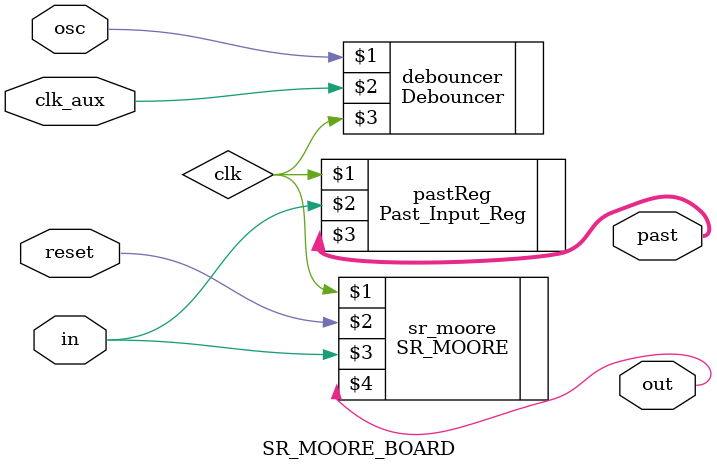
<source format=v>
`timescale 1ns / 1ps

module SR_MOORE_BOARD(
    input osc,
    input clk_aux,
    input in,
    input reset,
    output [2:0] past,
    output out
    );
    wire clk;

    Debouncer debouncer(osc, clk_aux, clk);
	 Past_Input_Reg pastReg(clk, in, past);
    SR_MOORE sr_moore(clk,reset, in,out);

endmodule    

</source>
